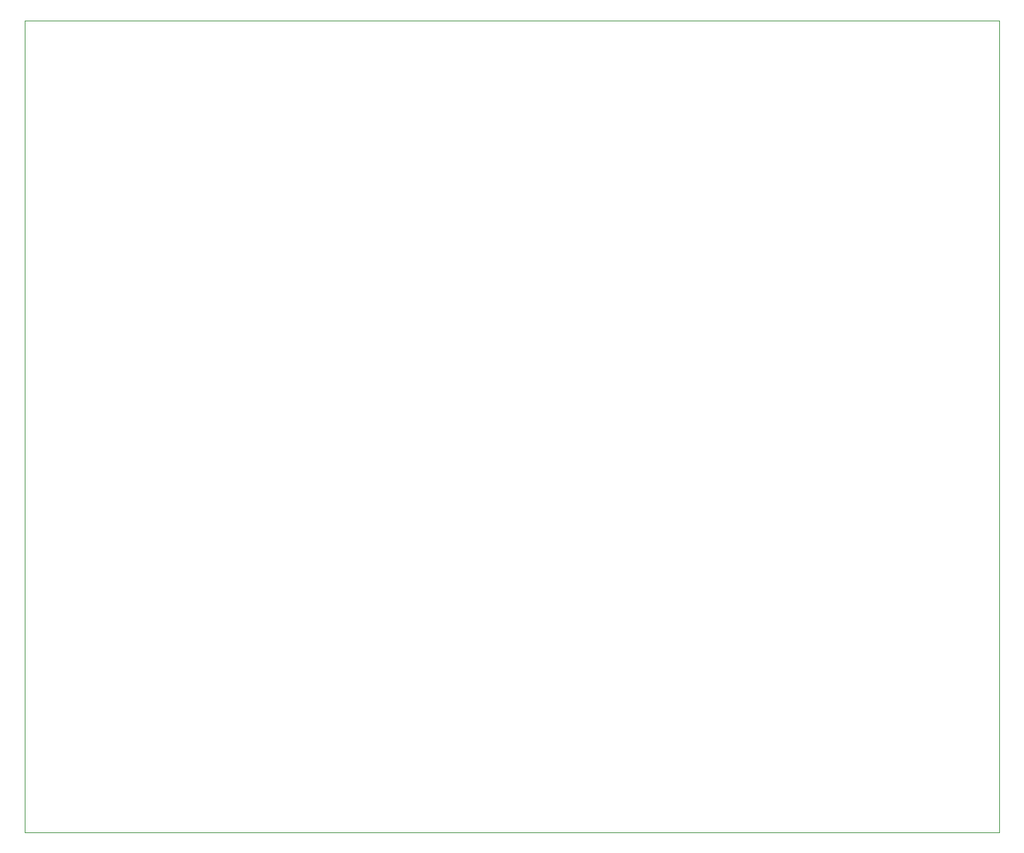
<source format=gm1>
G04 #@! TF.GenerationSoftware,KiCad,Pcbnew,6.0.6-2.fc35*
G04 #@! TF.CreationDate,2022-07-15T01:41:46+02:00*
G04 #@! TF.ProjectId,office_amp,6f666669-6365-45f6-916d-702e6b696361,rev?*
G04 #@! TF.SameCoordinates,Original*
G04 #@! TF.FileFunction,Profile,NP*
%FSLAX46Y46*%
G04 Gerber Fmt 4.6, Leading zero omitted, Abs format (unit mm)*
G04 Created by KiCad (PCBNEW 6.0.6-2.fc35) date 2022-07-15 01:41:46*
%MOMM*%
%LPD*%
G01*
G04 APERTURE LIST*
G04 #@! TA.AperFunction,Profile*
%ADD10C,0.100000*%
G04 #@! TD*
G04 APERTURE END LIST*
D10*
X90000000Y-58000000D02*
X210000000Y-58000000D01*
X210000000Y-158000000D02*
X90000000Y-158000000D01*
X210000000Y-58000000D02*
X210000000Y-158000000D01*
X90000000Y-158000000D02*
X90000000Y-58000000D01*
M02*

</source>
